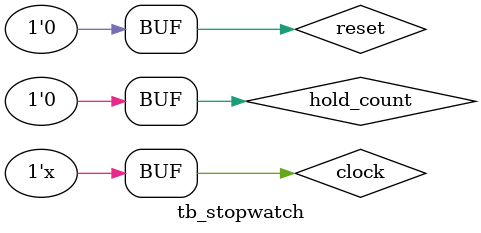
<source format=v>
`timescale 1ns/1ps

module tb_stopwatch;

	// Inputs
	reg clock;
	reg hold_count;
	reg reset;
	
	// Outputs
	wire [3:0] anode_signals;
	wire [6:0] display_out;
	
	// Design under test
	stopwatch dut(
		.clk(clock),
		.hold_count_switch(hold_count),
		.button_reset(reset),
		.anode_signals(anode_signals),
		.display_out(display_out)
	);
	
	// Generate extra fast clock signal to reduce simulation time
	// 800 Mhz clock signal
    always #0.625 clock = ~clock;
	
	initial begin
		// Initialize inputs
		clock <= 0;
		hold_count <= 0;
		reset <= 1;

		// Propogation delay
		#5;

		// Start counting
		reset <= 0;

		// Let the design run
		#10000;
	end

endmodule


</source>
